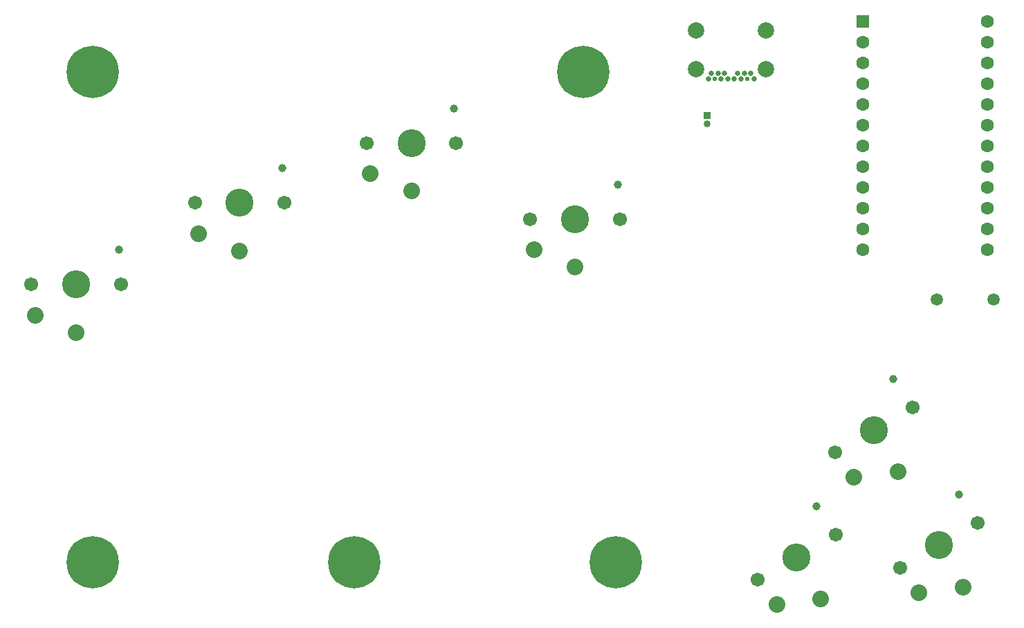
<source format=gbr>
%TF.GenerationSoftware,KiCad,Pcbnew,6.0.4*%
%TF.CreationDate,2022-04-08T16:19:54+02:00*%
%TF.ProjectId,keychordz,6b657963-686f-4726-947a-2e6b69636164,rev?*%
%TF.SameCoordinates,Original*%
%TF.FileFunction,Soldermask,Bot*%
%TF.FilePolarity,Negative*%
%FSLAX46Y46*%
G04 Gerber Fmt 4.6, Leading zero omitted, Abs format (unit mm)*
G04 Created by KiCad (PCBNEW 6.0.4) date 2022-04-08 16:19:54*
%MOMM*%
%LPD*%
G01*
G04 APERTURE LIST*
%ADD10R,0.850000X0.850000*%
%ADD11O,0.850000X0.850000*%
%ADD12C,0.800000*%
%ADD13C,6.400000*%
%ADD14C,1.500000*%
%ADD15C,2.032000*%
%ADD16C,1.701800*%
%ADD17C,0.990600*%
%ADD18C,3.429000*%
%ADD19R,1.600000X1.600000*%
%ADD20C,1.600000*%
%ADD21C,2.010000*%
%ADD22C,0.550000*%
%ADD23C,0.650000*%
G04 APERTURE END LIST*
D10*
%TO.C,USB*%
X97231200Y-48361600D03*
D11*
X97231200Y-49361598D03*
%TD*%
D12*
%TO.C,MNT5*%
X83697056Y-44697056D03*
X79600000Y-43000000D03*
X80302944Y-44697056D03*
X80302944Y-41302944D03*
X82000000Y-45400000D03*
X82000000Y-40600000D03*
X84400000Y-43000000D03*
D13*
X82000000Y-43000000D03*
D12*
X83697056Y-41302944D03*
%TD*%
%TO.C,MNT4*%
X23697056Y-44697056D03*
X19600000Y-43000000D03*
X20302944Y-44697056D03*
X20302944Y-41302944D03*
X22000000Y-45400000D03*
X22000000Y-40600000D03*
X24400000Y-43000000D03*
D13*
X22000000Y-43000000D03*
D12*
X23697056Y-41302944D03*
%TD*%
D14*
%TO.C,J2*%
X132283000Y-70866000D03*
X125283000Y-70866000D03*
%TD*%
D15*
%TO.C,SW1*%
X123135873Y-106742897D03*
X128516000Y-106061550D03*
D16*
X120802860Y-103702000D03*
D17*
X127986653Y-94704693D03*
D16*
X130329140Y-98202000D03*
D18*
X125566000Y-100952000D03*
%TD*%
D12*
%TO.C,MNT3*%
X87697056Y-104697056D03*
X83600000Y-103000000D03*
X84302944Y-104697056D03*
X84302944Y-101302944D03*
X86000000Y-105400000D03*
X86000000Y-100600000D03*
X88400000Y-103000000D03*
D13*
X86000000Y-103000000D03*
D12*
X87697056Y-101302944D03*
%TD*%
D15*
%TO.C,SW5*%
X56000000Y-55489000D03*
X61000000Y-57589000D03*
D18*
X61000000Y-51689000D03*
D17*
X66220000Y-47489000D03*
D16*
X55500000Y-51689000D03*
X66500000Y-51689000D03*
%TD*%
D15*
%TO.C,SW6*%
X15000000Y-72800000D03*
X20000000Y-74900000D03*
D18*
X20000000Y-69000000D03*
D17*
X25220000Y-64800000D03*
D16*
X14500000Y-69000000D03*
X25500000Y-69000000D03*
%TD*%
D19*
%TO.C,U2*%
X116205000Y-36830000D03*
D20*
X116205000Y-39370000D03*
X116205000Y-41910000D03*
X116205000Y-44450000D03*
X116205000Y-46990000D03*
X116205000Y-49530000D03*
X116205000Y-52070000D03*
X116205000Y-54610000D03*
X116205000Y-57150000D03*
X116205000Y-59690000D03*
X116205000Y-62230000D03*
X116205000Y-64770000D03*
X131445000Y-64770000D03*
X131445000Y-62230000D03*
X131445000Y-59690000D03*
X131445000Y-57150000D03*
X131445000Y-54610000D03*
X131445000Y-52070000D03*
X131445000Y-49530000D03*
X131445000Y-46990000D03*
X131445000Y-44450000D03*
X131445000Y-41910000D03*
X131445000Y-39370000D03*
X131445000Y-36830000D03*
%TD*%
D15*
%TO.C,SW2*%
X105721873Y-108230897D03*
X111102000Y-107549550D03*
D18*
X108152000Y-102440000D03*
D17*
X110572653Y-96192693D03*
D16*
X112915140Y-99690000D03*
X103388860Y-105190000D03*
%TD*%
D15*
%TO.C,SW7*%
X35000000Y-62800000D03*
X40000000Y-64900000D03*
D17*
X45220000Y-54800000D03*
D16*
X45500000Y-59000000D03*
D18*
X40000000Y-59000000D03*
D16*
X34500000Y-59000000D03*
%TD*%
D15*
%TO.C,SW3*%
X115149873Y-92634397D03*
X120530000Y-91953050D03*
D17*
X120000653Y-80596193D03*
D18*
X117580000Y-86843500D03*
D16*
X122343140Y-84093500D03*
X112816860Y-89593500D03*
%TD*%
D12*
%TO.C,MNT2*%
X56400000Y-103000000D03*
X54000000Y-105400000D03*
X52302944Y-104697056D03*
X52302944Y-101302944D03*
X54000000Y-100600000D03*
X51600000Y-103000000D03*
D13*
X54000000Y-103000000D03*
D12*
X55697056Y-101302944D03*
X55697056Y-104697056D03*
%TD*%
D21*
%TO.C,J1*%
X95857000Y-37967000D03*
X104397000Y-37967000D03*
X95857000Y-42697000D03*
X104397000Y-42697000D03*
D22*
X102127000Y-43847000D03*
X98127000Y-43847000D03*
D23*
X102927000Y-43847000D03*
X102527000Y-43137000D03*
X101727000Y-43137000D03*
X101327000Y-43847000D03*
X100927000Y-43137000D03*
X100527000Y-43847000D03*
X99727000Y-43847000D03*
X99327000Y-43137000D03*
X98927000Y-43847000D03*
X98527000Y-43137000D03*
X97727000Y-43137000D03*
X97327000Y-43847000D03*
%TD*%
D15*
%TO.C,SW4*%
X76048000Y-64800000D03*
X81048000Y-66900000D03*
D16*
X86548000Y-61000000D03*
X75548000Y-61000000D03*
D17*
X86268000Y-56800000D03*
D18*
X81048000Y-61000000D03*
%TD*%
D13*
%TO.C,MNT1*%
X22000000Y-103000000D03*
D12*
X19600000Y-103000000D03*
X20302944Y-104697056D03*
X22000000Y-105400000D03*
X24400000Y-103000000D03*
X20302944Y-101302944D03*
X23697056Y-104697056D03*
X23697056Y-101302944D03*
X22000000Y-100600000D03*
%TD*%
M02*

</source>
